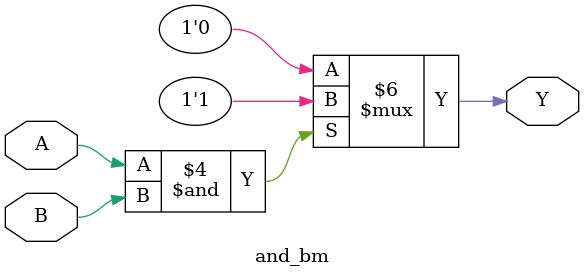
<source format=v>


module and_bm(output reg Y, input A, B);
	always @ (A, B) begin
		if (A == 1'b1 & B == 1'b1) begin
			Y = 1'b1;
		end
		else
			Y = 1'b0;
	end	
endmodule

	

</source>
